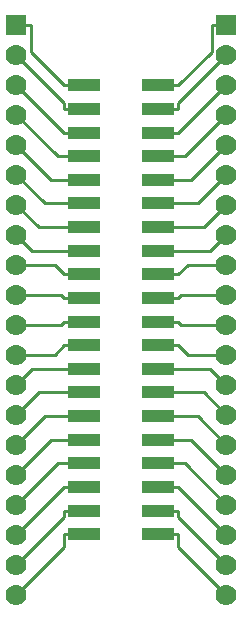
<source format=gtl>
G04 #@! TF.FileFunction,Copper,L1,Top,Signal*
%FSLAX46Y46*%
G04 Gerber Fmt 4.6, Leading zero omitted, Abs format (unit mm)*
G04 Created by KiCad (PCBNEW 4.0.6) date Wed Sep 20 09:51:15 2017*
%MOMM*%
%LPD*%
G01*
G04 APERTURE LIST*
%ADD10C,0.100000*%
%ADD11C,1.778000*%
%ADD12R,1.778000X1.778000*%
%ADD13R,2.750000X1.000000*%
%ADD14C,0.250000*%
G04 APERTURE END LIST*
D10*
D11*
X133350000Y-124460000D03*
X133350000Y-127000000D03*
X133350000Y-132080000D03*
X133350000Y-129540000D03*
X133350000Y-119380000D03*
X133350000Y-121920000D03*
X133350000Y-116840000D03*
X133350000Y-114300000D03*
X133350000Y-109220000D03*
X133350000Y-111760000D03*
X133350000Y-106680000D03*
X133350000Y-104140000D03*
X133350000Y-99060000D03*
X133350000Y-101600000D03*
X133350000Y-96520000D03*
X133350000Y-93980000D03*
D12*
X133350000Y-83820000D03*
D11*
X133350000Y-86360000D03*
X133350000Y-88900000D03*
X133350000Y-91440000D03*
D13*
X139115000Y-88950000D03*
X145365000Y-88950000D03*
X139115000Y-90950000D03*
X145365000Y-90950000D03*
X139115000Y-92950000D03*
X145365000Y-92950000D03*
X139115000Y-94950000D03*
X145365000Y-94950000D03*
X139115000Y-96950000D03*
X145365000Y-96950000D03*
X139115000Y-98950000D03*
X145365000Y-98950000D03*
X139115000Y-100950000D03*
X145365000Y-100950000D03*
X139115000Y-102950000D03*
X145365000Y-102950000D03*
X139115000Y-104950000D03*
X145365000Y-104950000D03*
X139115000Y-106950000D03*
X145365000Y-106950000D03*
X139115000Y-108950000D03*
X145365000Y-108950000D03*
X139115000Y-110950000D03*
X145365000Y-110950000D03*
X139115000Y-112950000D03*
X145365000Y-112950000D03*
X139115000Y-114950000D03*
X145365000Y-114950000D03*
X139115000Y-116950000D03*
X145365000Y-116950000D03*
X139115000Y-118950000D03*
X145365000Y-118950000D03*
X139115000Y-120950000D03*
X145365000Y-120950000D03*
X139115000Y-122950000D03*
X145365000Y-122950000D03*
X139115000Y-124950000D03*
X145365000Y-124950000D03*
X139115000Y-126950000D03*
X145365000Y-126950000D03*
D11*
X151130000Y-124460000D03*
X151130000Y-127000000D03*
X151130000Y-132080000D03*
X151130000Y-129540000D03*
X151130000Y-119380000D03*
X151130000Y-121920000D03*
X151130000Y-116840000D03*
X151130000Y-114300000D03*
X151130000Y-109220000D03*
X151130000Y-111760000D03*
X151130000Y-106680000D03*
X151130000Y-104140000D03*
X151130000Y-99060000D03*
X151130000Y-101600000D03*
X151130000Y-96520000D03*
X151130000Y-93980000D03*
D12*
X151130000Y-83820000D03*
D11*
X151130000Y-86360000D03*
X151130000Y-88900000D03*
X151130000Y-91440000D03*
D14*
X147065300Y-128015300D02*
X147065300Y-126950000D01*
X151130000Y-132080000D02*
X147065300Y-128015300D01*
X145365000Y-126950000D02*
X147065300Y-126950000D01*
X137414700Y-128015300D02*
X137414700Y-126950000D01*
X133350000Y-132080000D02*
X137414700Y-128015300D01*
X139115000Y-126950000D02*
X137414700Y-126950000D01*
X147620000Y-120950000D02*
X145365000Y-120950000D01*
X151130000Y-124460000D02*
X147620000Y-120950000D01*
X147080000Y-122950000D02*
X145365000Y-122950000D01*
X151130000Y-127000000D02*
X147080000Y-122950000D01*
X137414700Y-125475300D02*
X137414700Y-124950000D01*
X133350000Y-129540000D02*
X137414700Y-125475300D01*
X139115000Y-124950000D02*
X137414700Y-124950000D01*
X147065300Y-125475300D02*
X147065300Y-124950000D01*
X151130000Y-129540000D02*
X147065300Y-125475300D01*
X145365000Y-124950000D02*
X147065300Y-124950000D01*
X136860000Y-120950000D02*
X139115000Y-120950000D01*
X133350000Y-124460000D02*
X136860000Y-120950000D01*
X147335300Y-109220000D02*
X147065300Y-108950000D01*
X151130000Y-109220000D02*
X147335300Y-109220000D01*
X145365000Y-108950000D02*
X147065300Y-108950000D01*
X137144700Y-109220000D02*
X137414700Y-108950000D01*
X133350000Y-109220000D02*
X137144700Y-109220000D01*
X139115000Y-108950000D02*
X137414700Y-108950000D01*
X136604700Y-111760000D02*
X137414700Y-110950000D01*
X133350000Y-111760000D02*
X136604700Y-111760000D01*
X139115000Y-110950000D02*
X137414700Y-110950000D01*
X147875300Y-111760000D02*
X147065300Y-110950000D01*
X151130000Y-111760000D02*
X147875300Y-111760000D01*
X145365000Y-110950000D02*
X147065300Y-110950000D01*
X134700000Y-112950000D02*
X139115000Y-112950000D01*
X133350000Y-114300000D02*
X134700000Y-112950000D01*
X149780000Y-112950000D02*
X145365000Y-112950000D01*
X151130000Y-114300000D02*
X149780000Y-112950000D01*
X148700000Y-116950000D02*
X145365000Y-116950000D01*
X151130000Y-119380000D02*
X148700000Y-116950000D01*
X135780000Y-116950000D02*
X139115000Y-116950000D01*
X133350000Y-119380000D02*
X135780000Y-116950000D01*
X149240000Y-114950000D02*
X145365000Y-114950000D01*
X151130000Y-116840000D02*
X149240000Y-114950000D01*
X135240000Y-114950000D02*
X139115000Y-114950000D01*
X133350000Y-116840000D02*
X135240000Y-114950000D01*
X136320000Y-118950000D02*
X139115000Y-118950000D01*
X133350000Y-121920000D02*
X136320000Y-118950000D01*
X148160000Y-118950000D02*
X145365000Y-118950000D01*
X151130000Y-121920000D02*
X148160000Y-118950000D01*
X147335300Y-106680000D02*
X147065300Y-106950000D01*
X151130000Y-106680000D02*
X147335300Y-106680000D01*
X145365000Y-106950000D02*
X147065300Y-106950000D01*
X137144700Y-106680000D02*
X137414700Y-106950000D01*
X133350000Y-106680000D02*
X137144700Y-106680000D01*
X139115000Y-106950000D02*
X137414700Y-106950000D01*
X134700000Y-102950000D02*
X139115000Y-102950000D01*
X133350000Y-101600000D02*
X134700000Y-102950000D01*
X149780000Y-102950000D02*
X145365000Y-102950000D01*
X151130000Y-101600000D02*
X149780000Y-102950000D01*
X136604700Y-104140000D02*
X137414700Y-104950000D01*
X133350000Y-104140000D02*
X136604700Y-104140000D01*
X139115000Y-104950000D02*
X137414700Y-104950000D01*
X147875300Y-104140000D02*
X147065300Y-104950000D01*
X151130000Y-104140000D02*
X147875300Y-104140000D01*
X145365000Y-104950000D02*
X147065300Y-104950000D01*
X149240000Y-100950000D02*
X145365000Y-100950000D01*
X151130000Y-99060000D02*
X149240000Y-100950000D01*
X135240000Y-100950000D02*
X139115000Y-100950000D01*
X133350000Y-99060000D02*
X135240000Y-100950000D01*
X148700000Y-98950000D02*
X145365000Y-98950000D01*
X151130000Y-96520000D02*
X148700000Y-98950000D01*
X135780000Y-98950000D02*
X139115000Y-98950000D01*
X133350000Y-96520000D02*
X135780000Y-98950000D01*
X134564300Y-86099600D02*
X137414700Y-88950000D01*
X134564300Y-83820000D02*
X134564300Y-86099600D01*
X133350000Y-83820000D02*
X134564300Y-83820000D01*
X139115000Y-88950000D02*
X137414700Y-88950000D01*
X149915700Y-86099600D02*
X147065300Y-88950000D01*
X149915700Y-83820000D02*
X149915700Y-86099600D01*
X151130000Y-83820000D02*
X149915700Y-83820000D01*
X145365000Y-88950000D02*
X147065300Y-88950000D01*
X137414700Y-90424700D02*
X137414700Y-90950000D01*
X133350000Y-86360000D02*
X137414700Y-90424700D01*
X139115000Y-90950000D02*
X137414700Y-90950000D01*
X147065300Y-90424700D02*
X147065300Y-90950000D01*
X151130000Y-86360000D02*
X147065300Y-90424700D01*
X145365000Y-90950000D02*
X147065300Y-90950000D01*
X137400000Y-92950000D02*
X139115000Y-92950000D01*
X133350000Y-88900000D02*
X137400000Y-92950000D01*
X147080000Y-92950000D02*
X145365000Y-92950000D01*
X151130000Y-88900000D02*
X147080000Y-92950000D01*
X136860000Y-94950000D02*
X139115000Y-94950000D01*
X133350000Y-91440000D02*
X136860000Y-94950000D01*
X147620000Y-94950000D02*
X145365000Y-94950000D01*
X151130000Y-91440000D02*
X147620000Y-94950000D01*
X136320000Y-96950000D02*
X139115000Y-96950000D01*
X133350000Y-93980000D02*
X136320000Y-96950000D01*
X148160000Y-96950000D02*
X145365000Y-96950000D01*
X151130000Y-93980000D02*
X148160000Y-96950000D01*
X137400000Y-122950000D02*
X139115000Y-122950000D01*
X133350000Y-127000000D02*
X137400000Y-122950000D01*
M02*

</source>
